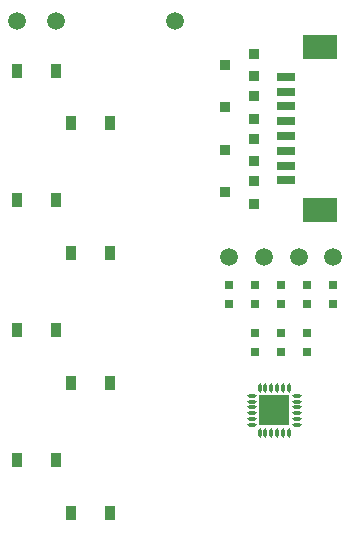
<source format=gbp>
G04*
G04 #@! TF.GenerationSoftware,Altium Limited,Altium Designer,25.3.2 (17)*
G04*
G04 Layer_Color=128*
%FSLAX44Y44*%
%MOMM*%
G71*
G04*
G04 #@! TF.SameCoordinates,CF072A1D-2444-4887-8E58-701309957870*
G04*
G04*
G04 #@! TF.FilePolarity,Positive*
G04*
G01*
G75*
%ADD31R,0.8000X0.7000*%
%ADD32C,1.5000*%
%ADD33R,0.9100X1.2200*%
%ADD34R,0.9100X1.2200*%
%ADD35R,0.9500X0.9000*%
%ADD36R,2.5000X2.5000*%
G04:AMPARAMS|DCode=37|XSize=0.2746mm|YSize=0.8048mm|CornerRadius=0.1373mm|HoleSize=0mm|Usage=FLASHONLY|Rotation=180.000|XOffset=0mm|YOffset=0mm|HoleType=Round|Shape=RoundedRectangle|*
%AMROUNDEDRECTD37*
21,1,0.2746,0.5302,0,0,180.0*
21,1,0.0000,0.8048,0,0,180.0*
1,1,0.2746,0.0000,0.2651*
1,1,0.2746,0.0000,0.2651*
1,1,0.2746,0.0000,-0.2651*
1,1,0.2746,0.0000,-0.2651*
%
%ADD37ROUNDEDRECTD37*%
G04:AMPARAMS|DCode=38|XSize=0.2746mm|YSize=0.8048mm|CornerRadius=0.1373mm|HoleSize=0mm|Usage=FLASHONLY|Rotation=270.000|XOffset=0mm|YOffset=0mm|HoleType=Round|Shape=RoundedRectangle|*
%AMROUNDEDRECTD38*
21,1,0.2746,0.5302,0,0,270.0*
21,1,0.0000,0.8048,0,0,270.0*
1,1,0.2746,-0.2651,0.0000*
1,1,0.2746,-0.2651,0.0000*
1,1,0.2746,0.2651,0.0000*
1,1,0.2746,0.2651,0.0000*
%
%ADD38ROUNDEDRECTD38*%
%ADD39R,1.6000X0.8000*%
%ADD40R,3.0000X2.1000*%
G36*
X245853Y113046D02*
Y101796D01*
X234603D01*
Y113046D01*
X245853D01*
D02*
G37*
G36*
Y126296D02*
Y115046D01*
X234603D01*
Y126296D01*
X245853D01*
D02*
G37*
G36*
X259103Y113046D02*
Y101796D01*
X247853D01*
Y113046D01*
X259103D01*
D02*
G37*
G36*
Y126296D02*
Y115046D01*
X247853D01*
Y126296D01*
X259103D01*
D02*
G37*
D31*
X274696Y163196D02*
D03*
Y179196D02*
D03*
X208788Y204390D02*
D03*
Y220390D02*
D03*
X252725Y179206D02*
D03*
Y163206D02*
D03*
X230759D02*
D03*
Y179206D02*
D03*
X252730Y204390D02*
D03*
Y220390D02*
D03*
X230749Y220380D02*
D03*
Y204380D02*
D03*
X274701Y220390D02*
D03*
Y204390D02*
D03*
X296672Y220390D02*
D03*
Y204390D02*
D03*
D32*
Y244179D02*
D03*
X208788D02*
D03*
X267377D02*
D03*
X238083D02*
D03*
X61850Y443540D02*
D03*
X29150D02*
D03*
X162560D02*
D03*
D33*
X61850Y71800D02*
D03*
X107650Y137100D02*
D03*
X61850Y401800D02*
D03*
Y181800D02*
D03*
X107650Y357100D02*
D03*
Y247100D02*
D03*
X61850Y291800D02*
D03*
X107650Y27100D02*
D03*
D34*
X29150Y71800D02*
D03*
X74950Y137100D02*
D03*
X29150Y401800D02*
D03*
Y181800D02*
D03*
X74950Y357100D02*
D03*
Y247100D02*
D03*
X29150Y291800D02*
D03*
X74950Y27100D02*
D03*
D35*
X229708Y396954D02*
D03*
X204708Y406454D02*
D03*
X229708Y415954D02*
D03*
X229708Y361037D02*
D03*
X204708Y370537D02*
D03*
X229708Y380037D02*
D03*
Y325121D02*
D03*
X204708Y334621D02*
D03*
X229708Y344121D02*
D03*
Y289204D02*
D03*
X204708Y298704D02*
D03*
X229708Y308204D02*
D03*
D36*
X246853Y114046D02*
D03*
D37*
X259353Y133070D02*
D03*
X254353D02*
D03*
X249353D02*
D03*
X244353D02*
D03*
X239353D02*
D03*
X234353D02*
D03*
Y95022D02*
D03*
X239353D02*
D03*
X244353D02*
D03*
X249353D02*
D03*
X254353D02*
D03*
X259353D02*
D03*
D38*
X227829Y126546D02*
D03*
Y121546D02*
D03*
Y116546D02*
D03*
Y111546D02*
D03*
Y106546D02*
D03*
Y101546D02*
D03*
X265877D02*
D03*
Y106546D02*
D03*
Y111546D02*
D03*
Y116546D02*
D03*
Y121546D02*
D03*
Y126546D02*
D03*
D39*
X256794Y308848D02*
D03*
Y321348D02*
D03*
Y333848D02*
D03*
Y346348D02*
D03*
Y396348D02*
D03*
Y383848D02*
D03*
Y358848D02*
D03*
Y371348D02*
D03*
D40*
X285794Y283348D02*
D03*
Y421848D02*
D03*
M02*

</source>
